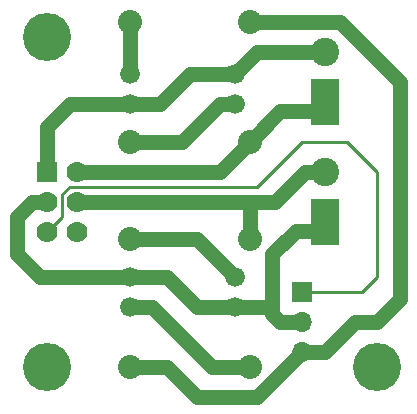
<source format=gtl>
G04 #@! TF.FileFunction,Copper,L1,Top,Signal*
%FSLAX46Y46*%
G04 Gerber Fmt 4.6, Leading zero omitted, Abs format (unit mm)*
G04 Created by KiCad (PCBNEW 4.0.7-e2-6376~58~ubuntu16.04.1) date Thu Sep 21 22:43:52 2017*
%MOMM*%
%LPD*%
G01*
G04 APERTURE LIST*
%ADD10C,0.050800*%
%ADD11C,2.400000*%
%ADD12R,2.400000X2.400000*%
%ADD13R,1.700000X1.700000*%
%ADD14O,1.700000X1.700000*%
%ADD15C,1.676400*%
%ADD16R,1.778000X1.778000*%
%ADD17C,1.778000*%
%ADD18C,2.032000*%
%ADD19C,4.064000*%
%ADD20C,1.270000*%
%ADD21C,0.250000*%
G04 APERTURE END LIST*
D10*
D11*
X82550000Y-34330000D03*
D12*
X82550000Y-39330000D03*
X82550000Y-37830000D03*
D11*
X82550000Y-44490000D03*
D12*
X82550000Y-49490000D03*
X82550000Y-47990000D03*
D13*
X80645000Y-54610000D03*
D14*
X80645000Y-57150000D03*
X80645000Y-59690000D03*
D15*
X74930000Y-36195000D03*
X74930000Y-38735000D03*
X66040000Y-38735000D03*
X66040000Y-36195000D03*
X74930000Y-55880000D03*
X74930000Y-53340000D03*
X66040000Y-53340000D03*
X66040000Y-55880000D03*
D16*
X59055000Y-44450000D03*
D17*
X61595000Y-44450000D03*
X59055000Y-46990000D03*
X61595000Y-46990000D03*
X59055000Y-49530000D03*
X61595000Y-49530000D03*
D18*
X66040000Y-41910000D03*
X76200000Y-41910000D03*
X66040000Y-31750000D03*
X76200000Y-31750000D03*
X66040000Y-50165000D03*
X76200000Y-50165000D03*
X76200000Y-60960000D03*
X66040000Y-60960000D03*
D19*
X59055000Y-33020000D03*
X59055000Y-60960000D03*
X86995000Y-60960000D03*
D20*
X82550000Y-34330000D02*
X76795000Y-34330000D01*
X59055000Y-44450000D02*
X59055000Y-40640000D01*
X59055000Y-40640000D02*
X60960000Y-38735000D01*
X82550000Y-34330000D02*
X80852944Y-34330000D01*
X74930000Y-36195000D02*
X71120000Y-36195000D01*
X68580000Y-38735000D02*
X71120000Y-36195000D01*
X76795000Y-34330000D02*
X74930000Y-36195000D01*
X66040000Y-38735000D02*
X68580000Y-38735000D01*
X66040000Y-38735000D02*
X60960000Y-38735000D01*
X78740000Y-57150000D02*
X80645000Y-57150000D01*
X82550000Y-49490000D02*
X80080000Y-49490000D01*
X57785000Y-46990000D02*
X59055000Y-46990000D01*
X82550000Y-47990000D02*
X82550000Y-49490000D01*
X78105000Y-51465000D02*
X78105000Y-55880000D01*
X78105000Y-55880000D02*
X78105000Y-56515000D01*
X74930000Y-55880000D02*
X78105000Y-55880000D01*
X78105000Y-56515000D02*
X78740000Y-57150000D01*
X80080000Y-49490000D02*
X78105000Y-51465000D01*
X71755000Y-55880000D02*
X69215000Y-53340000D01*
X74930000Y-55880000D02*
X71755000Y-55880000D01*
X66040000Y-53340000D02*
X58420000Y-53340000D01*
X58420000Y-53340000D02*
X56515000Y-51435000D01*
X56515000Y-51435000D02*
X56515000Y-48260000D01*
X56515000Y-48260000D02*
X57785000Y-46990000D01*
X69215000Y-53340000D02*
X66040000Y-53340000D01*
X82550000Y-39330000D02*
X78780000Y-39330000D01*
X78780000Y-39330000D02*
X76200000Y-41910000D01*
X61595000Y-44450000D02*
X73660000Y-44450000D01*
X73660000Y-44450000D02*
X76200000Y-41910000D01*
X61595000Y-44450000D02*
X63500000Y-44450000D01*
X82550000Y-39330000D02*
X82550000Y-37830000D01*
X78352944Y-46990000D02*
X76200000Y-46990000D01*
X76200000Y-46990000D02*
X74295000Y-46990000D01*
X76200000Y-50165000D02*
X76200000Y-48728160D01*
X76200000Y-48728160D02*
X76200000Y-46990000D01*
X82550000Y-44490000D02*
X80852944Y-44490000D01*
X80852944Y-44490000D02*
X78352944Y-46990000D01*
X69215000Y-46990000D02*
X74295000Y-46990000D01*
X61595000Y-46990000D02*
X69215000Y-46990000D01*
D21*
X86995000Y-44450000D02*
X86995000Y-53340000D01*
X80645000Y-54610000D02*
X85725000Y-54610000D01*
X85725000Y-54610000D02*
X86995000Y-53340000D01*
X59055000Y-49530000D02*
X60325000Y-48260000D01*
X60325000Y-48260000D02*
X60325000Y-46355000D01*
X60325000Y-46355000D02*
X60960000Y-45720000D01*
X60960000Y-45720000D02*
X76835000Y-45720000D01*
X84455000Y-41910000D02*
X86995000Y-44450000D01*
X76835000Y-45720000D02*
X80645000Y-41910000D01*
X80645000Y-41910000D02*
X84455000Y-41910000D01*
D20*
X80645000Y-59690000D02*
X82550000Y-59690000D01*
X82550000Y-59690000D02*
X85090000Y-57150000D01*
X83820000Y-31750000D02*
X76200000Y-31750000D01*
X85090000Y-57150000D02*
X86995000Y-57150000D01*
X86995000Y-57150000D02*
X88900000Y-55245000D01*
X88900000Y-55245000D02*
X88900000Y-36830000D01*
X88900000Y-36830000D02*
X83820000Y-31750000D01*
X80645000Y-59690000D02*
X78105000Y-62230000D01*
X69215000Y-60960000D02*
X66040000Y-60960000D01*
X76835000Y-63500000D02*
X71755000Y-63500000D01*
X78105000Y-62230000D02*
X76835000Y-63500000D01*
X71755000Y-63500000D02*
X69215000Y-60960000D01*
X73660000Y-38735000D02*
X74930000Y-38735000D01*
X70485000Y-41910000D02*
X73660000Y-38735000D01*
X66040000Y-41910000D02*
X70485000Y-41910000D01*
X66040000Y-36195000D02*
X66040000Y-31750000D01*
X71755000Y-50165000D02*
X74930000Y-53340000D01*
X66040000Y-50165000D02*
X71755000Y-50165000D01*
X67945000Y-55880000D02*
X66040000Y-55880000D01*
X73025000Y-60960000D02*
X67945000Y-55880000D01*
X76200000Y-60960000D02*
X73025000Y-60960000D01*
M02*

</source>
